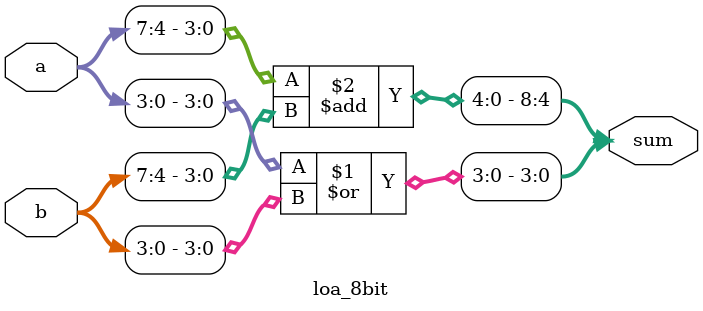
<source format=v>
module loa_8bit (
    input  [7:0] a, b,
    output [8:0] sum
);

    assign sum[3:0] = a[3:0] | b[3:0];
    assign {sum[8:4]} = a[7:4] + b[7:4];

endmodule

</source>
